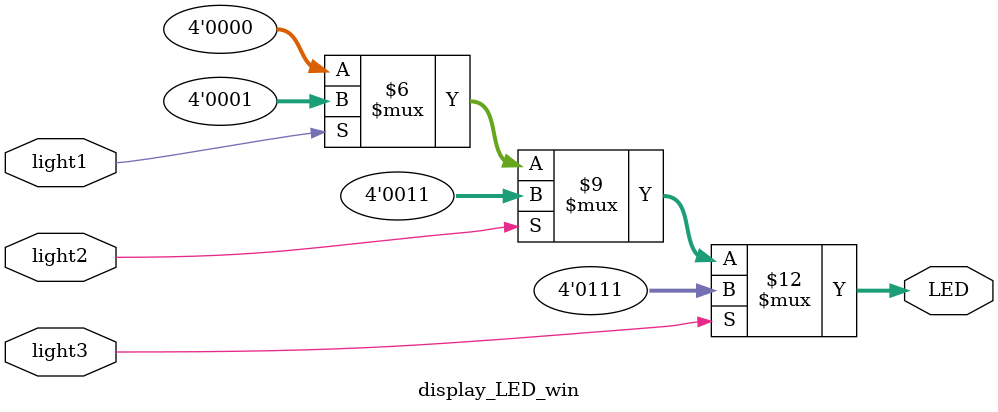
<source format=v>
`timescale 1ns / 1ps
module display_LED_win(light1,light2,light3,LED);  //Ê¤Àû£¬×îÓÒ±ßËÄÕµLEDµÆÒÀ´ÎÏÔÊ¾
  input wire light1,light2,light3;
  output reg [3:0]LED;
  
  always @(light1 or light2 or light3)
  begin
    if(light3==1)      
	 begin
		LED<=4'b0111;   //Èý¹ØÈ«Í¨¹ý£¬ÈýÕµµÆÁÁ
    end	
	 else
	   if(light2==1) LED<=4'b0011;  //Í¨¹ýÁ½¹Ø£¬Á½ÕµµÆÁÁ
		else 
		  if(light1==1)  LED<=4'b0001;  //Í¨¹ýÒ»¹Ø£¬Ò»ÕµµÆÁÁ
		  else  LED<=4'b0000;    //µÆÈ«Ãð
  end
  
endmodule


</source>
